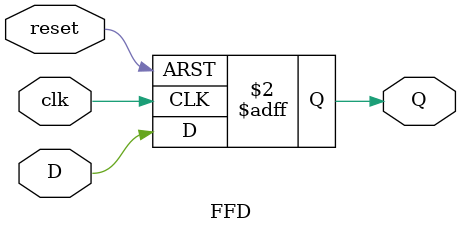
<source format=v>
`timescale 1ns / 1ps
module FFD(
	input clk, reset, D,
	output reg Q
    );
always @(posedge clk, posedge reset)
	if (reset)
		Q <= 0;
	else
		Q <= D;

endmodule

</source>
